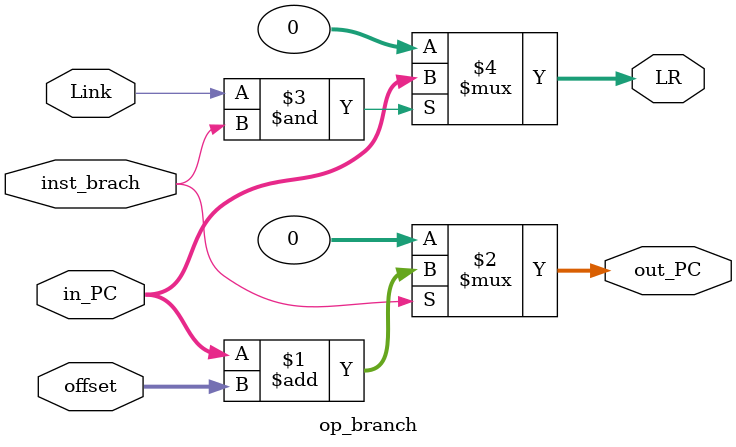
<source format=v>
`timescale 1ns / 1ps


module op_branch(
        input wire inst_brach,
        input wire Link,
        
        input wire [31:0] offset,
        input wire [31:0] in_PC,
        
        output wire [31:0] out_PC,
        output wire [31:0] LR
        
    );
    
    assign out_PC = (inst_brach)? in_PC + offset: 32'd0;
    assign LR = (Link & inst_brach)? in_PC : 0; 
    
    
    
endmodule

</source>
